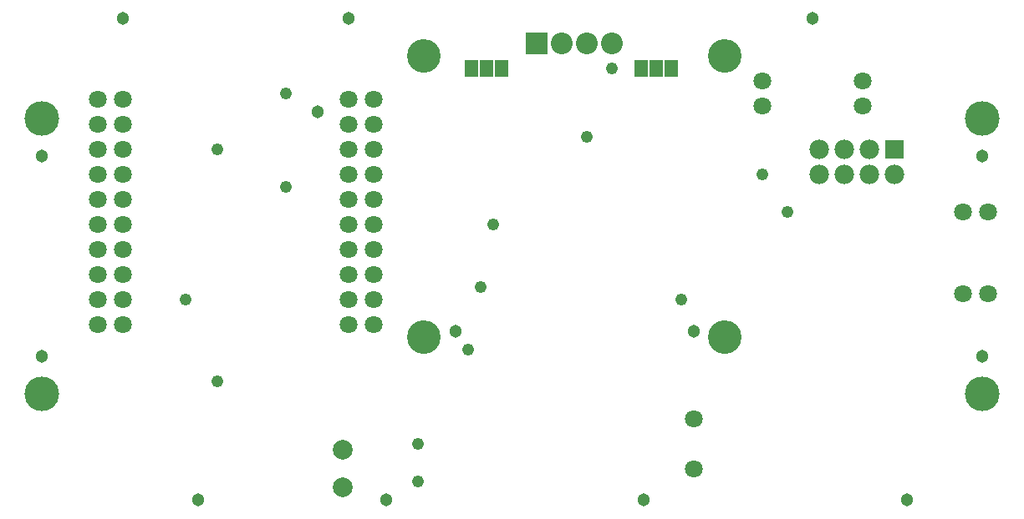
<source format=gbs>
G75*
%MOIN*%
%OFA0B0*%
%FSLAX25Y25*%
%IPPOS*%
%LPD*%
%AMOC8*
5,1,8,0,0,1.08239X$1,22.5*
%
%ADD10C,0.13792*%
%ADD11C,0.13398*%
%ADD12R,0.08674X0.08674*%
%ADD13C,0.08674*%
%ADD14R,0.05400X0.07100*%
%ADD15C,0.07099*%
%ADD16C,0.07885*%
%ADD17C,0.07100*%
%ADD18R,0.07800X0.07800*%
%ADD19C,0.07800*%
%ADD20C,0.04762*%
%ADD21C,0.05131*%
D10*
X0019287Y0086250D03*
X0019287Y0196250D03*
X0394287Y0196250D03*
X0394287Y0086250D03*
D11*
X0291787Y0108750D03*
X0171787Y0108750D03*
X0171787Y0221250D03*
X0291787Y0221250D03*
D12*
X0216787Y0226250D03*
D13*
X0226787Y0226250D03*
X0236787Y0226250D03*
X0246787Y0226250D03*
D14*
X0258287Y0216250D03*
X0264287Y0216250D03*
X0270287Y0216250D03*
X0202787Y0216250D03*
X0196787Y0216250D03*
X0190787Y0216250D03*
D15*
X0151787Y0203750D03*
X0141787Y0203750D03*
X0141787Y0193750D03*
X0151787Y0193750D03*
X0151787Y0183750D03*
X0141787Y0183750D03*
X0141787Y0173750D03*
X0151787Y0173750D03*
X0151787Y0163750D03*
X0141787Y0163750D03*
X0141787Y0153750D03*
X0151787Y0153750D03*
X0151787Y0143750D03*
X0141787Y0143750D03*
X0141787Y0133750D03*
X0151787Y0133750D03*
X0151787Y0123750D03*
X0141787Y0123750D03*
X0141787Y0113750D03*
X0151787Y0113750D03*
X0051787Y0113750D03*
X0041787Y0113750D03*
X0041787Y0123750D03*
X0051787Y0123750D03*
X0051787Y0133750D03*
X0041787Y0133750D03*
X0041787Y0143750D03*
X0051787Y0143750D03*
X0051787Y0153750D03*
X0041787Y0153750D03*
X0041787Y0163750D03*
X0051787Y0163750D03*
X0051787Y0173750D03*
X0041787Y0173750D03*
X0041787Y0183750D03*
X0051787Y0183750D03*
X0051787Y0193750D03*
X0041787Y0193750D03*
X0041787Y0203750D03*
X0051787Y0203750D03*
X0279287Y0076250D03*
X0279287Y0056250D03*
X0386787Y0126250D03*
X0396787Y0126250D03*
X0396787Y0158750D03*
X0386787Y0158750D03*
D16*
X0139287Y0063750D03*
X0139287Y0048750D03*
D17*
X0306787Y0201250D03*
X0306787Y0211250D03*
X0346787Y0211250D03*
X0346787Y0201250D03*
D18*
X0359287Y0183750D03*
D19*
X0349287Y0183750D03*
X0339287Y0183750D03*
X0329287Y0183750D03*
X0329287Y0173750D03*
X0339287Y0173750D03*
X0349287Y0173750D03*
X0359287Y0173750D03*
D20*
X0316787Y0158750D03*
X0306787Y0173750D03*
X0236787Y0188750D03*
X0246787Y0216250D03*
X0199287Y0153750D03*
X0194287Y0128750D03*
X0189287Y0103750D03*
X0169287Y0066250D03*
X0169287Y0051250D03*
X0089287Y0091250D03*
X0076787Y0123750D03*
X0116787Y0168750D03*
X0089287Y0183750D03*
X0116787Y0206250D03*
X0274287Y0123750D03*
D21*
X0081787Y0043750D03*
X0156787Y0043750D03*
X0259287Y0043750D03*
X0364287Y0043750D03*
X0394287Y0101250D03*
X0279287Y0111250D03*
X0184287Y0111250D03*
X0129287Y0198750D03*
X0141787Y0236250D03*
X0051787Y0236250D03*
X0019287Y0181250D03*
X0019287Y0101250D03*
X0326787Y0236250D03*
X0394287Y0181250D03*
M02*

</source>
